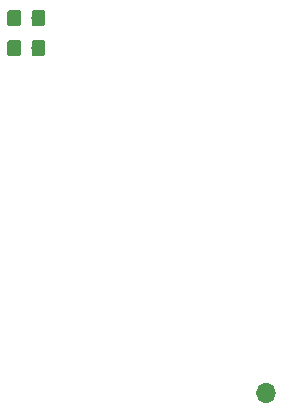
<source format=gbr>
G04 #@! TF.GenerationSoftware,KiCad,Pcbnew,(5.0.0-3-g5ebb6b6)*
G04 #@! TF.CreationDate,2019-04-23T02:19:09+01:00*
G04 #@! TF.ProjectId,Nucleo144AudioBreakout,4E75636C656F313434417564696F4272,RevA*
G04 #@! TF.SameCoordinates,Original*
G04 #@! TF.FileFunction,Paste,Bot*
G04 #@! TF.FilePolarity,Positive*
%FSLAX46Y46*%
G04 Gerber Fmt 4.6, Leading zero omitted, Abs format (unit mm)*
G04 Created by KiCad (PCBNEW (5.0.0-3-g5ebb6b6)) date Tuesday, 23 April 2019 at 02:19:09*
%MOMM*%
%LPD*%
G01*
G04 APERTURE LIST*
%ADD10O,1.700000X1.700000*%
%ADD11C,0.100000*%
%ADD12C,1.150000*%
G04 APERTURE END LIST*
D10*
G04 #@! TO.C,CN12*
X129540000Y-125730000D03*
G04 #@! TD*
D11*
G04 #@! TO.C,R5*
G36*
X110594505Y-93281204D02*
X110618773Y-93284804D01*
X110642572Y-93290765D01*
X110665671Y-93299030D01*
X110687850Y-93309520D01*
X110708893Y-93322132D01*
X110728599Y-93336747D01*
X110746777Y-93353223D01*
X110763253Y-93371401D01*
X110777868Y-93391107D01*
X110790480Y-93412150D01*
X110800970Y-93434329D01*
X110809235Y-93457428D01*
X110815196Y-93481227D01*
X110818796Y-93505495D01*
X110820000Y-93529999D01*
X110820000Y-94430001D01*
X110818796Y-94454505D01*
X110815196Y-94478773D01*
X110809235Y-94502572D01*
X110800970Y-94525671D01*
X110790480Y-94547850D01*
X110777868Y-94568893D01*
X110763253Y-94588599D01*
X110746777Y-94606777D01*
X110728599Y-94623253D01*
X110708893Y-94637868D01*
X110687850Y-94650480D01*
X110665671Y-94660970D01*
X110642572Y-94669235D01*
X110618773Y-94675196D01*
X110594505Y-94678796D01*
X110570001Y-94680000D01*
X109919999Y-94680000D01*
X109895495Y-94678796D01*
X109871227Y-94675196D01*
X109847428Y-94669235D01*
X109824329Y-94660970D01*
X109802150Y-94650480D01*
X109781107Y-94637868D01*
X109761401Y-94623253D01*
X109743223Y-94606777D01*
X109726747Y-94588599D01*
X109712132Y-94568893D01*
X109699520Y-94547850D01*
X109689030Y-94525671D01*
X109680765Y-94502572D01*
X109674804Y-94478773D01*
X109671204Y-94454505D01*
X109670000Y-94430001D01*
X109670000Y-93529999D01*
X109671204Y-93505495D01*
X109674804Y-93481227D01*
X109680765Y-93457428D01*
X109689030Y-93434329D01*
X109699520Y-93412150D01*
X109712132Y-93391107D01*
X109726747Y-93371401D01*
X109743223Y-93353223D01*
X109761401Y-93336747D01*
X109781107Y-93322132D01*
X109802150Y-93309520D01*
X109824329Y-93299030D01*
X109847428Y-93290765D01*
X109871227Y-93284804D01*
X109895495Y-93281204D01*
X109919999Y-93280000D01*
X110570001Y-93280000D01*
X110594505Y-93281204D01*
X110594505Y-93281204D01*
G37*
D12*
X110245000Y-93980000D03*
D11*
G36*
X108544505Y-93281204D02*
X108568773Y-93284804D01*
X108592572Y-93290765D01*
X108615671Y-93299030D01*
X108637850Y-93309520D01*
X108658893Y-93322132D01*
X108678599Y-93336747D01*
X108696777Y-93353223D01*
X108713253Y-93371401D01*
X108727868Y-93391107D01*
X108740480Y-93412150D01*
X108750970Y-93434329D01*
X108759235Y-93457428D01*
X108765196Y-93481227D01*
X108768796Y-93505495D01*
X108770000Y-93529999D01*
X108770000Y-94430001D01*
X108768796Y-94454505D01*
X108765196Y-94478773D01*
X108759235Y-94502572D01*
X108750970Y-94525671D01*
X108740480Y-94547850D01*
X108727868Y-94568893D01*
X108713253Y-94588599D01*
X108696777Y-94606777D01*
X108678599Y-94623253D01*
X108658893Y-94637868D01*
X108637850Y-94650480D01*
X108615671Y-94660970D01*
X108592572Y-94669235D01*
X108568773Y-94675196D01*
X108544505Y-94678796D01*
X108520001Y-94680000D01*
X107869999Y-94680000D01*
X107845495Y-94678796D01*
X107821227Y-94675196D01*
X107797428Y-94669235D01*
X107774329Y-94660970D01*
X107752150Y-94650480D01*
X107731107Y-94637868D01*
X107711401Y-94623253D01*
X107693223Y-94606777D01*
X107676747Y-94588599D01*
X107662132Y-94568893D01*
X107649520Y-94547850D01*
X107639030Y-94525671D01*
X107630765Y-94502572D01*
X107624804Y-94478773D01*
X107621204Y-94454505D01*
X107620000Y-94430001D01*
X107620000Y-93529999D01*
X107621204Y-93505495D01*
X107624804Y-93481227D01*
X107630765Y-93457428D01*
X107639030Y-93434329D01*
X107649520Y-93412150D01*
X107662132Y-93391107D01*
X107676747Y-93371401D01*
X107693223Y-93353223D01*
X107711401Y-93336747D01*
X107731107Y-93322132D01*
X107752150Y-93309520D01*
X107774329Y-93299030D01*
X107797428Y-93290765D01*
X107821227Y-93284804D01*
X107845495Y-93281204D01*
X107869999Y-93280000D01*
X108520001Y-93280000D01*
X108544505Y-93281204D01*
X108544505Y-93281204D01*
G37*
D12*
X108195000Y-93980000D03*
G04 #@! TD*
D11*
G04 #@! TO.C,R6*
G36*
X108544505Y-95821204D02*
X108568773Y-95824804D01*
X108592572Y-95830765D01*
X108615671Y-95839030D01*
X108637850Y-95849520D01*
X108658893Y-95862132D01*
X108678599Y-95876747D01*
X108696777Y-95893223D01*
X108713253Y-95911401D01*
X108727868Y-95931107D01*
X108740480Y-95952150D01*
X108750970Y-95974329D01*
X108759235Y-95997428D01*
X108765196Y-96021227D01*
X108768796Y-96045495D01*
X108770000Y-96069999D01*
X108770000Y-96970001D01*
X108768796Y-96994505D01*
X108765196Y-97018773D01*
X108759235Y-97042572D01*
X108750970Y-97065671D01*
X108740480Y-97087850D01*
X108727868Y-97108893D01*
X108713253Y-97128599D01*
X108696777Y-97146777D01*
X108678599Y-97163253D01*
X108658893Y-97177868D01*
X108637850Y-97190480D01*
X108615671Y-97200970D01*
X108592572Y-97209235D01*
X108568773Y-97215196D01*
X108544505Y-97218796D01*
X108520001Y-97220000D01*
X107869999Y-97220000D01*
X107845495Y-97218796D01*
X107821227Y-97215196D01*
X107797428Y-97209235D01*
X107774329Y-97200970D01*
X107752150Y-97190480D01*
X107731107Y-97177868D01*
X107711401Y-97163253D01*
X107693223Y-97146777D01*
X107676747Y-97128599D01*
X107662132Y-97108893D01*
X107649520Y-97087850D01*
X107639030Y-97065671D01*
X107630765Y-97042572D01*
X107624804Y-97018773D01*
X107621204Y-96994505D01*
X107620000Y-96970001D01*
X107620000Y-96069999D01*
X107621204Y-96045495D01*
X107624804Y-96021227D01*
X107630765Y-95997428D01*
X107639030Y-95974329D01*
X107649520Y-95952150D01*
X107662132Y-95931107D01*
X107676747Y-95911401D01*
X107693223Y-95893223D01*
X107711401Y-95876747D01*
X107731107Y-95862132D01*
X107752150Y-95849520D01*
X107774329Y-95839030D01*
X107797428Y-95830765D01*
X107821227Y-95824804D01*
X107845495Y-95821204D01*
X107869999Y-95820000D01*
X108520001Y-95820000D01*
X108544505Y-95821204D01*
X108544505Y-95821204D01*
G37*
D12*
X108195000Y-96520000D03*
D11*
G36*
X110594505Y-95821204D02*
X110618773Y-95824804D01*
X110642572Y-95830765D01*
X110665671Y-95839030D01*
X110687850Y-95849520D01*
X110708893Y-95862132D01*
X110728599Y-95876747D01*
X110746777Y-95893223D01*
X110763253Y-95911401D01*
X110777868Y-95931107D01*
X110790480Y-95952150D01*
X110800970Y-95974329D01*
X110809235Y-95997428D01*
X110815196Y-96021227D01*
X110818796Y-96045495D01*
X110820000Y-96069999D01*
X110820000Y-96970001D01*
X110818796Y-96994505D01*
X110815196Y-97018773D01*
X110809235Y-97042572D01*
X110800970Y-97065671D01*
X110790480Y-97087850D01*
X110777868Y-97108893D01*
X110763253Y-97128599D01*
X110746777Y-97146777D01*
X110728599Y-97163253D01*
X110708893Y-97177868D01*
X110687850Y-97190480D01*
X110665671Y-97200970D01*
X110642572Y-97209235D01*
X110618773Y-97215196D01*
X110594505Y-97218796D01*
X110570001Y-97220000D01*
X109919999Y-97220000D01*
X109895495Y-97218796D01*
X109871227Y-97215196D01*
X109847428Y-97209235D01*
X109824329Y-97200970D01*
X109802150Y-97190480D01*
X109781107Y-97177868D01*
X109761401Y-97163253D01*
X109743223Y-97146777D01*
X109726747Y-97128599D01*
X109712132Y-97108893D01*
X109699520Y-97087850D01*
X109689030Y-97065671D01*
X109680765Y-97042572D01*
X109674804Y-97018773D01*
X109671204Y-96994505D01*
X109670000Y-96970001D01*
X109670000Y-96069999D01*
X109671204Y-96045495D01*
X109674804Y-96021227D01*
X109680765Y-95997428D01*
X109689030Y-95974329D01*
X109699520Y-95952150D01*
X109712132Y-95931107D01*
X109726747Y-95911401D01*
X109743223Y-95893223D01*
X109761401Y-95876747D01*
X109781107Y-95862132D01*
X109802150Y-95849520D01*
X109824329Y-95839030D01*
X109847428Y-95830765D01*
X109871227Y-95824804D01*
X109895495Y-95821204D01*
X109919999Y-95820000D01*
X110570001Y-95820000D01*
X110594505Y-95821204D01*
X110594505Y-95821204D01*
G37*
D12*
X110245000Y-96520000D03*
G04 #@! TD*
M02*

</source>
